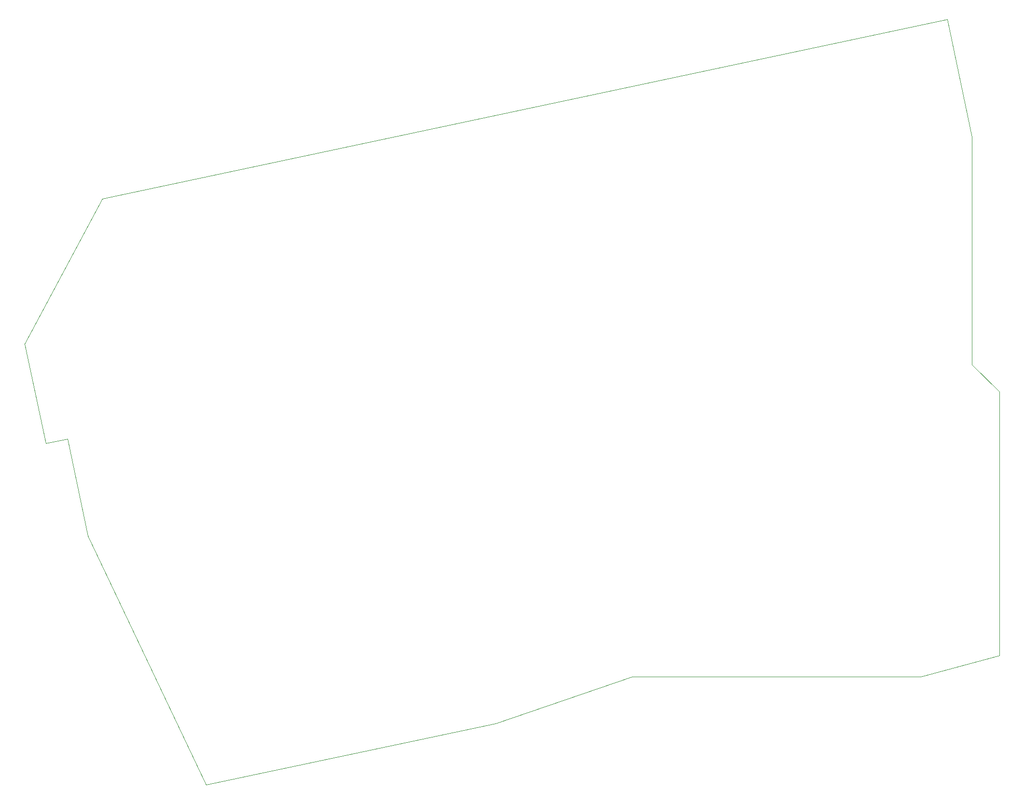
<source format=gm1>
G04 #@! TF.GenerationSoftware,KiCad,Pcbnew,(5.1.5-0-10_14)*
G04 #@! TF.CreationDate,2020-05-14T06:06:27+09:00*
G04 #@! TF.ProjectId,Colice,436f6c69-6365-42e6-9b69-6361645f7063,rev?*
G04 #@! TF.SameCoordinates,Original*
G04 #@! TF.FileFunction,Profile,NP*
%FSLAX46Y46*%
G04 Gerber Fmt 4.6, Leading zero omitted, Abs format (unit mm)*
G04 Created by KiCad (PCBNEW (5.1.5-0-10_14)) date 2020-05-14 06:06:27*
%MOMM*%
%LPD*%
G04 APERTURE LIST*
%ADD10C,0.050000*%
G04 APERTURE END LIST*
D10*
X188240574Y-93129092D02*
X193066566Y-97891600D01*
X104622600Y-156083000D02*
X128600200Y-147904200D01*
X104622600Y-156083000D02*
X53848000Y-166878000D01*
X179200000Y-147900000D02*
X128600200Y-147904200D01*
X33147000Y-123190000D02*
X29514800Y-106146600D01*
X25704800Y-106959400D02*
X29514800Y-106146600D01*
X25704800Y-106959400D02*
X22000000Y-89500000D01*
X183856583Y-32509079D02*
X188240514Y-53131303D01*
X35637840Y-64015028D02*
X183856583Y-32509079D01*
X22000000Y-89500000D02*
X35637840Y-64015028D01*
X53848000Y-166878000D02*
X33147000Y-123190000D01*
X193066527Y-144200000D02*
X179200000Y-147900000D01*
X193066566Y-97891600D02*
X193066527Y-144200000D01*
X188240514Y-53131303D02*
X188240574Y-93129092D01*
M02*

</source>
